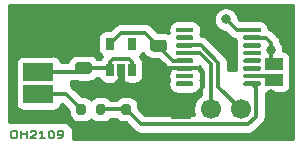
<source format=gbr>
%TF.GenerationSoftware,KiCad,Pcbnew,5.1.9+dfsg1-1*%
%TF.CreationDate,2021-09-16T09:21:50+02:00*%
%TF.ProjectId,switch,73776974-6368-42e6-9b69-6361645f7063,rev?*%
%TF.SameCoordinates,Original*%
%TF.FileFunction,Copper,L1,Top*%
%TF.FilePolarity,Positive*%
%FSLAX46Y46*%
G04 Gerber Fmt 4.6, Leading zero omitted, Abs format (unit mm)*
G04 Created by KiCad (PCBNEW 5.1.9+dfsg1-1) date 2021-09-16 09:21:50*
%MOMM*%
%LPD*%
G01*
G04 APERTURE LIST*
%TA.AperFunction,NonConductor*%
%ADD10C,0.150000*%
%TD*%
%TA.AperFunction,SMDPad,CuDef*%
%ADD11R,0.650000X1.060000*%
%TD*%
%TA.AperFunction,SMDPad,CuDef*%
%ADD12C,1.700000*%
%TD*%
%TA.AperFunction,SMDPad,CuDef*%
%ADD13R,1.700000X1.700000*%
%TD*%
%TA.AperFunction,SMDPad,CuDef*%
%ADD14R,2.540000X1.500000*%
%TD*%
%TA.AperFunction,SMDPad,CuDef*%
%ADD15R,1.500000X1.000000*%
%TD*%
%TA.AperFunction,ViaPad*%
%ADD16C,0.800000*%
%TD*%
%TA.AperFunction,Conductor*%
%ADD17C,0.350000*%
%TD*%
%TA.AperFunction,Conductor*%
%ADD18C,0.600000*%
%TD*%
%TA.AperFunction,Conductor*%
%ADD19C,0.254000*%
%TD*%
%TA.AperFunction,Conductor*%
%ADD20C,0.100000*%
%TD*%
G04 APERTURE END LIST*
D10*
X134378952Y-93905428D02*
X134531333Y-93905428D01*
X134607523Y-93934000D01*
X134683714Y-93991142D01*
X134721809Y-94105428D01*
X134721809Y-94305428D01*
X134683714Y-94419714D01*
X134607523Y-94476857D01*
X134531333Y-94505428D01*
X134378952Y-94505428D01*
X134302761Y-94476857D01*
X134226571Y-94419714D01*
X134188476Y-94305428D01*
X134188476Y-94105428D01*
X134226571Y-93991142D01*
X134302761Y-93934000D01*
X134378952Y-93905428D01*
X135064666Y-94505428D02*
X135064666Y-93905428D01*
X135064666Y-94191142D02*
X135521809Y-94191142D01*
X135521809Y-94505428D02*
X135521809Y-93905428D01*
X135864666Y-93962571D02*
X135902761Y-93934000D01*
X135978952Y-93905428D01*
X136169428Y-93905428D01*
X136245619Y-93934000D01*
X136283714Y-93962571D01*
X136321809Y-94019714D01*
X136321809Y-94076857D01*
X136283714Y-94162571D01*
X135826571Y-94505428D01*
X136321809Y-94505428D01*
X137083714Y-94505428D02*
X136626571Y-94505428D01*
X136855142Y-94505428D02*
X136855142Y-93905428D01*
X136778952Y-93991142D01*
X136702761Y-94048285D01*
X136626571Y-94076857D01*
X137578952Y-93905428D02*
X137655142Y-93905428D01*
X137731333Y-93934000D01*
X137769428Y-93962571D01*
X137807523Y-94019714D01*
X137845619Y-94134000D01*
X137845619Y-94276857D01*
X137807523Y-94391142D01*
X137769428Y-94448285D01*
X137731333Y-94476857D01*
X137655142Y-94505428D01*
X137578952Y-94505428D01*
X137502761Y-94476857D01*
X137464666Y-94448285D01*
X137426571Y-94391142D01*
X137388476Y-94276857D01*
X137388476Y-94134000D01*
X137426571Y-94019714D01*
X137464666Y-93962571D01*
X137502761Y-93934000D01*
X137578952Y-93905428D01*
X138226571Y-94505428D02*
X138378952Y-94505428D01*
X138455142Y-94476857D01*
X138493238Y-94448285D01*
X138569428Y-94362571D01*
X138607523Y-94248285D01*
X138607523Y-94019714D01*
X138569428Y-93962571D01*
X138531333Y-93934000D01*
X138455142Y-93905428D01*
X138302761Y-93905428D01*
X138226571Y-93934000D01*
X138188476Y-93962571D01*
X138150380Y-94019714D01*
X138150380Y-94162571D01*
X138188476Y-94219714D01*
X138226571Y-94248285D01*
X138302761Y-94276857D01*
X138455142Y-94276857D01*
X138531333Y-94248285D01*
X138569428Y-94219714D01*
X138607523Y-94162571D01*
D11*
%TO.P,U1,1*%
%TO.N,Net-(C1-Pad1)*%
X142560000Y-88730000D03*
%TO.P,U1,2*%
%TO.N,GND*%
X143510000Y-88730000D03*
%TO.P,U1,3*%
%TO.N,Net-(C1-Pad1)*%
X144460000Y-88730000D03*
%TO.P,U1,4*%
%TO.N,Net-(U1-Pad4)*%
X144460000Y-86530000D03*
%TO.P,U1,5*%
%TO.N,/3V3*%
X142560000Y-86530000D03*
%TD*%
D12*
%TO.P,J3,2*%
%TO.N,Net-(IC1-Pad4)*%
X151130000Y-92075000D03*
%TO.P,J3,3*%
%TO.N,Net-(IC1-Pad3)*%
X153670000Y-92075000D03*
D13*
%TO.P,J3,1*%
%TO.N,GND*%
X148590000Y-92075000D03*
%TD*%
%TO.P,IC1,1*%
%TO.N,Net-(IC1-Pad1)*%
%TA.AperFunction,SMDPad,CuDef*%
G36*
G01*
X148165000Y-85455000D02*
X148165000Y-85255000D01*
G75*
G02*
X148265000Y-85155000I100000J0D01*
G01*
X149540000Y-85155000D01*
G75*
G02*
X149640000Y-85255000I0J-100000D01*
G01*
X149640000Y-85455000D01*
G75*
G02*
X149540000Y-85555000I-100000J0D01*
G01*
X148265000Y-85555000D01*
G75*
G02*
X148165000Y-85455000I0J100000D01*
G01*
G37*
%TD.AperFunction*%
%TO.P,IC1,2*%
%TO.N,Net-(IC1-Pad2)*%
%TA.AperFunction,SMDPad,CuDef*%
G36*
G01*
X148165000Y-86105000D02*
X148165000Y-85905000D01*
G75*
G02*
X148265000Y-85805000I100000J0D01*
G01*
X149540000Y-85805000D01*
G75*
G02*
X149640000Y-85905000I0J-100000D01*
G01*
X149640000Y-86105000D01*
G75*
G02*
X149540000Y-86205000I-100000J0D01*
G01*
X148265000Y-86205000D01*
G75*
G02*
X148165000Y-86105000I0J100000D01*
G01*
G37*
%TD.AperFunction*%
%TO.P,IC1,3*%
%TO.N,Net-(IC1-Pad3)*%
%TA.AperFunction,SMDPad,CuDef*%
G36*
G01*
X148165000Y-86755000D02*
X148165000Y-86555000D01*
G75*
G02*
X148265000Y-86455000I100000J0D01*
G01*
X149540000Y-86455000D01*
G75*
G02*
X149640000Y-86555000I0J-100000D01*
G01*
X149640000Y-86755000D01*
G75*
G02*
X149540000Y-86855000I-100000J0D01*
G01*
X148265000Y-86855000D01*
G75*
G02*
X148165000Y-86755000I0J100000D01*
G01*
G37*
%TD.AperFunction*%
%TO.P,IC1,4*%
%TO.N,Net-(IC1-Pad4)*%
%TA.AperFunction,SMDPad,CuDef*%
G36*
G01*
X148165000Y-87405000D02*
X148165000Y-87205000D01*
G75*
G02*
X148265000Y-87105000I100000J0D01*
G01*
X149540000Y-87105000D01*
G75*
G02*
X149640000Y-87205000I0J-100000D01*
G01*
X149640000Y-87405000D01*
G75*
G02*
X149540000Y-87505000I-100000J0D01*
G01*
X148265000Y-87505000D01*
G75*
G02*
X148165000Y-87405000I0J100000D01*
G01*
G37*
%TD.AperFunction*%
%TO.P,IC1,5*%
%TO.N,/3V3*%
%TA.AperFunction,SMDPad,CuDef*%
G36*
G01*
X148165000Y-88055000D02*
X148165000Y-87855000D01*
G75*
G02*
X148265000Y-87755000I100000J0D01*
G01*
X149540000Y-87755000D01*
G75*
G02*
X149640000Y-87855000I0J-100000D01*
G01*
X149640000Y-88055000D01*
G75*
G02*
X149540000Y-88155000I-100000J0D01*
G01*
X148265000Y-88155000D01*
G75*
G02*
X148165000Y-88055000I0J100000D01*
G01*
G37*
%TD.AperFunction*%
%TO.P,IC1,6*%
%TO.N,GND*%
%TA.AperFunction,SMDPad,CuDef*%
G36*
G01*
X148165000Y-88705000D02*
X148165000Y-88505000D01*
G75*
G02*
X148265000Y-88405000I100000J0D01*
G01*
X149540000Y-88405000D01*
G75*
G02*
X149640000Y-88505000I0J-100000D01*
G01*
X149640000Y-88705000D01*
G75*
G02*
X149540000Y-88805000I-100000J0D01*
G01*
X148265000Y-88805000D01*
G75*
G02*
X148165000Y-88705000I0J100000D01*
G01*
G37*
%TD.AperFunction*%
%TO.P,IC1,7*%
%TO.N,Net-(IC1-Pad7)*%
%TA.AperFunction,SMDPad,CuDef*%
G36*
G01*
X148165000Y-89355000D02*
X148165000Y-89155000D01*
G75*
G02*
X148265000Y-89055000I100000J0D01*
G01*
X149540000Y-89055000D01*
G75*
G02*
X149640000Y-89155000I0J-100000D01*
G01*
X149640000Y-89355000D01*
G75*
G02*
X149540000Y-89455000I-100000J0D01*
G01*
X148265000Y-89455000D01*
G75*
G02*
X148165000Y-89355000I0J100000D01*
G01*
G37*
%TD.AperFunction*%
%TO.P,IC1,8*%
%TO.N,Net-(IC1-Pad8)*%
%TA.AperFunction,SMDPad,CuDef*%
G36*
G01*
X148165000Y-90005000D02*
X148165000Y-89805000D01*
G75*
G02*
X148265000Y-89705000I100000J0D01*
G01*
X149540000Y-89705000D01*
G75*
G02*
X149640000Y-89805000I0J-100000D01*
G01*
X149640000Y-90005000D01*
G75*
G02*
X149540000Y-90105000I-100000J0D01*
G01*
X148265000Y-90105000D01*
G75*
G02*
X148165000Y-90005000I0J100000D01*
G01*
G37*
%TD.AperFunction*%
%TO.P,IC1,9*%
%TO.N,/SIG*%
%TA.AperFunction,SMDPad,CuDef*%
G36*
G01*
X153890000Y-90005000D02*
X153890000Y-89805000D01*
G75*
G02*
X153990000Y-89705000I100000J0D01*
G01*
X155265000Y-89705000D01*
G75*
G02*
X155365000Y-89805000I0J-100000D01*
G01*
X155365000Y-90005000D01*
G75*
G02*
X155265000Y-90105000I-100000J0D01*
G01*
X153990000Y-90105000D01*
G75*
G02*
X153890000Y-90005000I0J100000D01*
G01*
G37*
%TD.AperFunction*%
%TO.P,IC1,10*%
%TO.N,Net-(IC1-Pad10)*%
%TA.AperFunction,SMDPad,CuDef*%
G36*
G01*
X153890000Y-89355000D02*
X153890000Y-89155000D01*
G75*
G02*
X153990000Y-89055000I100000J0D01*
G01*
X155265000Y-89055000D01*
G75*
G02*
X155365000Y-89155000I0J-100000D01*
G01*
X155365000Y-89355000D01*
G75*
G02*
X155265000Y-89455000I-100000J0D01*
G01*
X153990000Y-89455000D01*
G75*
G02*
X153890000Y-89355000I0J100000D01*
G01*
G37*
%TD.AperFunction*%
%TO.P,IC1,11*%
%TO.N,Net-(IC1-Pad11)*%
%TA.AperFunction,SMDPad,CuDef*%
G36*
G01*
X153890000Y-88705000D02*
X153890000Y-88505000D01*
G75*
G02*
X153990000Y-88405000I100000J0D01*
G01*
X155265000Y-88405000D01*
G75*
G02*
X155365000Y-88505000I0J-100000D01*
G01*
X155365000Y-88705000D01*
G75*
G02*
X155265000Y-88805000I-100000J0D01*
G01*
X153990000Y-88805000D01*
G75*
G02*
X153890000Y-88705000I0J100000D01*
G01*
G37*
%TD.AperFunction*%
%TO.P,IC1,12*%
%TO.N,Net-(IC1-Pad12)*%
%TA.AperFunction,SMDPad,CuDef*%
G36*
G01*
X153890000Y-88055000D02*
X153890000Y-87855000D01*
G75*
G02*
X153990000Y-87755000I100000J0D01*
G01*
X155265000Y-87755000D01*
G75*
G02*
X155365000Y-87855000I0J-100000D01*
G01*
X155365000Y-88055000D01*
G75*
G02*
X155265000Y-88155000I-100000J0D01*
G01*
X153990000Y-88155000D01*
G75*
G02*
X153890000Y-88055000I0J100000D01*
G01*
G37*
%TD.AperFunction*%
%TO.P,IC1,13*%
%TO.N,Net-(IC1-Pad13)*%
%TA.AperFunction,SMDPad,CuDef*%
G36*
G01*
X153890000Y-87405000D02*
X153890000Y-87205000D01*
G75*
G02*
X153990000Y-87105000I100000J0D01*
G01*
X155265000Y-87105000D01*
G75*
G02*
X155365000Y-87205000I0J-100000D01*
G01*
X155365000Y-87405000D01*
G75*
G02*
X155265000Y-87505000I-100000J0D01*
G01*
X153990000Y-87505000D01*
G75*
G02*
X153890000Y-87405000I0J100000D01*
G01*
G37*
%TD.AperFunction*%
%TO.P,IC1,14*%
%TO.N,Net-(IC1-Pad14)*%
%TA.AperFunction,SMDPad,CuDef*%
G36*
G01*
X153890000Y-86755000D02*
X153890000Y-86555000D01*
G75*
G02*
X153990000Y-86455000I100000J0D01*
G01*
X155265000Y-86455000D01*
G75*
G02*
X155365000Y-86555000I0J-100000D01*
G01*
X155365000Y-86755000D01*
G75*
G02*
X155265000Y-86855000I-100000J0D01*
G01*
X153990000Y-86855000D01*
G75*
G02*
X153890000Y-86755000I0J100000D01*
G01*
G37*
%TD.AperFunction*%
%TO.P,IC1,15*%
%TO.N,Net-(D1-Pad2)*%
%TA.AperFunction,SMDPad,CuDef*%
G36*
G01*
X153890000Y-86105000D02*
X153890000Y-85905000D01*
G75*
G02*
X153990000Y-85805000I100000J0D01*
G01*
X155265000Y-85805000D01*
G75*
G02*
X155365000Y-85905000I0J-100000D01*
G01*
X155365000Y-86105000D01*
G75*
G02*
X155265000Y-86205000I-100000J0D01*
G01*
X153990000Y-86205000D01*
G75*
G02*
X153890000Y-86105000I0J100000D01*
G01*
G37*
%TD.AperFunction*%
%TO.P,IC1,16*%
%TO.N,Net-(IC1-Pad16)*%
%TA.AperFunction,SMDPad,CuDef*%
G36*
G01*
X153890000Y-85455000D02*
X153890000Y-85255000D01*
G75*
G02*
X153990000Y-85155000I100000J0D01*
G01*
X155265000Y-85155000D01*
G75*
G02*
X155365000Y-85255000I0J-100000D01*
G01*
X155365000Y-85455000D01*
G75*
G02*
X155265000Y-85555000I-100000J0D01*
G01*
X153990000Y-85555000D01*
G75*
G02*
X153890000Y-85455000I0J100000D01*
G01*
G37*
%TD.AperFunction*%
%TD*%
%TO.P,R1,1*%
%TO.N,Net-(J2-Pad3)*%
%TA.AperFunction,SMDPad,CuDef*%
G36*
G01*
X139745000Y-92350000D02*
X139745000Y-91800000D01*
G75*
G02*
X139945000Y-91600000I200000J0D01*
G01*
X140345000Y-91600000D01*
G75*
G02*
X140545000Y-91800000I0J-200000D01*
G01*
X140545000Y-92350000D01*
G75*
G02*
X140345000Y-92550000I-200000J0D01*
G01*
X139945000Y-92550000D01*
G75*
G02*
X139745000Y-92350000I0J200000D01*
G01*
G37*
%TD.AperFunction*%
%TO.P,R1,2*%
%TO.N,/SIG*%
%TA.AperFunction,SMDPad,CuDef*%
G36*
G01*
X141395000Y-92350000D02*
X141395000Y-91800000D01*
G75*
G02*
X141595000Y-91600000I200000J0D01*
G01*
X141995000Y-91600000D01*
G75*
G02*
X142195000Y-91800000I0J-200000D01*
G01*
X142195000Y-92350000D01*
G75*
G02*
X141995000Y-92550000I-200000J0D01*
G01*
X141595000Y-92550000D01*
G75*
G02*
X141395000Y-92350000I0J200000D01*
G01*
G37*
%TD.AperFunction*%
%TD*%
%TO.P,R2,2*%
%TO.N,GND*%
%TA.AperFunction,SMDPad,CuDef*%
G36*
G01*
X145205000Y-92350000D02*
X145205000Y-91800000D01*
G75*
G02*
X145405000Y-91600000I200000J0D01*
G01*
X145805000Y-91600000D01*
G75*
G02*
X146005000Y-91800000I0J-200000D01*
G01*
X146005000Y-92350000D01*
G75*
G02*
X145805000Y-92550000I-200000J0D01*
G01*
X145405000Y-92550000D01*
G75*
G02*
X145205000Y-92350000I0J200000D01*
G01*
G37*
%TD.AperFunction*%
%TO.P,R2,1*%
%TO.N,/SIG*%
%TA.AperFunction,SMDPad,CuDef*%
G36*
G01*
X143555000Y-92350000D02*
X143555000Y-91800000D01*
G75*
G02*
X143755000Y-91600000I200000J0D01*
G01*
X144155000Y-91600000D01*
G75*
G02*
X144355000Y-91800000I0J-200000D01*
G01*
X144355000Y-92350000D01*
G75*
G02*
X144155000Y-92550000I-200000J0D01*
G01*
X143755000Y-92550000D01*
G75*
G02*
X143555000Y-92350000I0J200000D01*
G01*
G37*
%TD.AperFunction*%
%TD*%
D14*
%TO.P,J2,1*%
%TO.N,GND*%
X136525000Y-86995000D03*
%TO.P,J2,2*%
%TO.N,Net-(C1-Pad1)*%
X136525000Y-88900000D03*
%TO.P,J2,3*%
%TO.N,Net-(J2-Pad3)*%
X136525000Y-90805000D03*
%TD*%
%TO.P,C1,1*%
%TO.N,Net-(C1-Pad1)*%
%TA.AperFunction,SMDPad,CuDef*%
G36*
G01*
X140810000Y-89080000D02*
X139860000Y-89080000D01*
G75*
G02*
X139610000Y-88830000I0J250000D01*
G01*
X139610000Y-88330000D01*
G75*
G02*
X139860000Y-88080000I250000J0D01*
G01*
X140810000Y-88080000D01*
G75*
G02*
X141060000Y-88330000I0J-250000D01*
G01*
X141060000Y-88830000D01*
G75*
G02*
X140810000Y-89080000I-250000J0D01*
G01*
G37*
%TD.AperFunction*%
%TO.P,C1,2*%
%TO.N,GND*%
%TA.AperFunction,SMDPad,CuDef*%
G36*
G01*
X140810000Y-87180000D02*
X139860000Y-87180000D01*
G75*
G02*
X139610000Y-86930000I0J250000D01*
G01*
X139610000Y-86430000D01*
G75*
G02*
X139860000Y-86180000I250000J0D01*
G01*
X140810000Y-86180000D01*
G75*
G02*
X141060000Y-86430000I0J-250000D01*
G01*
X141060000Y-86930000D01*
G75*
G02*
X140810000Y-87180000I-250000J0D01*
G01*
G37*
%TD.AperFunction*%
%TD*%
%TO.P,C2,2*%
%TO.N,GND*%
%TA.AperFunction,SMDPad,CuDef*%
G36*
G01*
X146210000Y-88080000D02*
X147160000Y-88080000D01*
G75*
G02*
X147410000Y-88330000I0J-250000D01*
G01*
X147410000Y-88830000D01*
G75*
G02*
X147160000Y-89080000I-250000J0D01*
G01*
X146210000Y-89080000D01*
G75*
G02*
X145960000Y-88830000I0J250000D01*
G01*
X145960000Y-88330000D01*
G75*
G02*
X146210000Y-88080000I250000J0D01*
G01*
G37*
%TD.AperFunction*%
%TO.P,C2,1*%
%TO.N,/3V3*%
%TA.AperFunction,SMDPad,CuDef*%
G36*
G01*
X146210000Y-86180000D02*
X147160000Y-86180000D01*
G75*
G02*
X147410000Y-86430000I0J-250000D01*
G01*
X147410000Y-86930000D01*
G75*
G02*
X147160000Y-87180000I-250000J0D01*
G01*
X146210000Y-87180000D01*
G75*
G02*
X145960000Y-86930000I0J250000D01*
G01*
X145960000Y-86430000D01*
G75*
G02*
X146210000Y-86180000I250000J0D01*
G01*
G37*
%TD.AperFunction*%
%TD*%
D15*
%TO.P,JP1,2*%
%TO.N,Net-(IC1-Pad10)*%
X156464000Y-89550000D03*
%TO.P,JP1,1*%
%TO.N,Net-(D1-Pad2)*%
X156464000Y-88250000D03*
%TD*%
D16*
%TO.N,GND*%
X139700000Y-85090000D03*
X153035000Y-88265000D03*
X156210000Y-90789998D03*
X139954000Y-90170000D03*
%TO.N,Net-(D1-Pad2)*%
X156210000Y-87010002D03*
%TO.N,Net-(IC1-Pad16)*%
X152400000Y-84455000D03*
%TD*%
D17*
%TO.N,Net-(C1-Pad1)*%
X139840000Y-88900000D02*
X140335000Y-88405000D01*
X135890000Y-88900000D02*
X139840000Y-88900000D01*
X142410000Y-88580000D02*
X142560000Y-88730000D01*
X140335000Y-88580000D02*
X142410000Y-88580000D01*
X142560000Y-88059998D02*
X142560000Y-88730000D01*
X142844999Y-87774999D02*
X142560000Y-88059998D01*
X144460000Y-88059998D02*
X144175001Y-87774999D01*
X144175001Y-87774999D02*
X142844999Y-87774999D01*
X144460000Y-88730000D02*
X144460000Y-88059998D01*
%TO.N,GND*%
X150495000Y-90170000D02*
X148590000Y-92075000D01*
X150495000Y-88900000D02*
X150495000Y-90170000D01*
X150200000Y-88605000D02*
X150495000Y-88900000D01*
X148902500Y-88605000D02*
X150200000Y-88605000D01*
X146710000Y-88605000D02*
X146685000Y-88580000D01*
X148902500Y-88605000D02*
X146710000Y-88605000D01*
X140335000Y-86680000D02*
X140335000Y-85090000D01*
X140335000Y-85090000D02*
X139700000Y-85090000D01*
D18*
X143510000Y-88730000D02*
X143510000Y-89535000D01*
X142875000Y-90170000D02*
X139954000Y-90170000D01*
X143510000Y-89535000D02*
X142875000Y-90170000D01*
X134655000Y-86995000D02*
X134366000Y-87284000D01*
X136525000Y-86995000D02*
X134655000Y-86995000D01*
X134366000Y-87284000D02*
X134366000Y-92710000D01*
X134366000Y-92710000D02*
X138255393Y-92710000D01*
X138255393Y-92710000D02*
X138684000Y-92710000D01*
X138684000Y-92710000D02*
X139700000Y-93726000D01*
D17*
%TO.N,/3V3*%
X147960000Y-87955000D02*
X146685000Y-86680000D01*
X148902500Y-87955000D02*
X147960000Y-87955000D01*
X146685000Y-86680000D02*
X145579999Y-85574999D01*
X143515001Y-85574999D02*
X142560000Y-86530000D01*
X145579999Y-85574999D02*
X143515001Y-85574999D01*
%TO.N,Net-(D1-Pad2)*%
X155770683Y-86005000D02*
X154627500Y-86005000D01*
X156210000Y-86444317D02*
X155770683Y-86005000D01*
X156210000Y-87010002D02*
X156210000Y-86444317D01*
X156210000Y-87996000D02*
X156464000Y-88250000D01*
X156210000Y-87010002D02*
X156210000Y-87996000D01*
%TO.N,/SIG*%
X141795000Y-92075000D02*
X143955000Y-92075000D01*
X154945001Y-90222501D02*
X154627500Y-89905000D01*
X154282001Y-93350001D02*
X154945001Y-92687001D01*
X145230001Y-93350001D02*
X154282001Y-93350001D01*
X154945001Y-92687001D02*
X154945001Y-90222501D01*
X143955000Y-92075000D02*
X145230001Y-93350001D01*
%TO.N,Net-(IC1-Pad3)*%
X148902500Y-86655000D02*
X150297831Y-86655000D01*
X150297831Y-86655000D02*
X151765000Y-88122169D01*
X151765000Y-88122169D02*
X151765000Y-90170000D01*
X151765000Y-90170000D02*
X153670000Y-92075000D01*
%TO.N,Net-(IC1-Pad4)*%
X148902500Y-87305000D02*
X150170000Y-87305000D01*
X150170000Y-87305000D02*
X151130000Y-88265000D01*
X151130000Y-88265000D02*
X151130000Y-92075000D01*
%TO.N,Net-(IC1-Pad10)*%
X156169000Y-89255000D02*
X156464000Y-89550000D01*
X154627500Y-89255000D02*
X156169000Y-89255000D01*
%TO.N,Net-(IC1-Pad16)*%
X153300000Y-85355000D02*
X152400000Y-84455000D01*
X154627500Y-85355000D02*
X153300000Y-85355000D01*
%TO.N,Net-(J2-Pad3)*%
X138875000Y-90805000D02*
X140145000Y-92075000D01*
X135890000Y-90805000D02*
X138875000Y-90805000D01*
%TD*%
D19*
%TO.N,GND*%
X158090000Y-94590000D02*
X139469905Y-94590000D01*
X139469905Y-93129500D01*
X134010000Y-93129500D01*
X134010000Y-88150000D01*
X134616928Y-88150000D01*
X134616928Y-89650000D01*
X134629188Y-89774482D01*
X134652855Y-89852500D01*
X134629188Y-89930518D01*
X134616928Y-90055000D01*
X134616928Y-91555000D01*
X134629188Y-91679482D01*
X134665498Y-91799180D01*
X134724463Y-91909494D01*
X134803815Y-92006185D01*
X134900506Y-92085537D01*
X135010820Y-92144502D01*
X135130518Y-92180812D01*
X135255000Y-92193072D01*
X137795000Y-92193072D01*
X137919482Y-92180812D01*
X138039180Y-92144502D01*
X138149494Y-92085537D01*
X138246185Y-92006185D01*
X138325537Y-91909494D01*
X138384502Y-91799180D01*
X138420812Y-91679482D01*
X138427163Y-91615000D01*
X138539488Y-91615000D01*
X139106928Y-92182441D01*
X139106928Y-92350000D01*
X139123031Y-92513500D01*
X139170722Y-92670716D01*
X139248169Y-92815608D01*
X139352394Y-92942606D01*
X139479392Y-93046831D01*
X139624284Y-93124278D01*
X139781500Y-93171969D01*
X139945000Y-93188072D01*
X140345000Y-93188072D01*
X140508500Y-93171969D01*
X140665716Y-93124278D01*
X140810608Y-93046831D01*
X140937606Y-92942606D01*
X140970000Y-92903134D01*
X141002394Y-92942606D01*
X141129392Y-93046831D01*
X141274284Y-93124278D01*
X141431500Y-93171969D01*
X141595000Y-93188072D01*
X141995000Y-93188072D01*
X142158500Y-93171969D01*
X142315716Y-93124278D01*
X142460608Y-93046831D01*
X142587606Y-92942606D01*
X142634882Y-92885000D01*
X143115118Y-92885000D01*
X143162394Y-92942606D01*
X143289392Y-93046831D01*
X143434284Y-93124278D01*
X143591500Y-93171969D01*
X143755000Y-93188072D01*
X143922560Y-93188072D01*
X144629106Y-93894619D01*
X144654473Y-93925529D01*
X144685381Y-93950894D01*
X144777812Y-94026750D01*
X144918527Y-94101964D01*
X144954064Y-94112744D01*
X145071213Y-94148281D01*
X145190210Y-94160001D01*
X145190213Y-94160001D01*
X145230001Y-94163920D01*
X145269789Y-94160001D01*
X154242213Y-94160001D01*
X154282001Y-94163920D01*
X154321789Y-94160001D01*
X154321792Y-94160001D01*
X154440789Y-94148281D01*
X154593474Y-94101964D01*
X154734190Y-94026750D01*
X154857529Y-93925529D01*
X154882900Y-93894614D01*
X155489620Y-93287895D01*
X155520529Y-93262529D01*
X155621750Y-93139190D01*
X155675555Y-93038528D01*
X155696964Y-92998475D01*
X155743281Y-92845789D01*
X155758920Y-92687001D01*
X155755001Y-92647210D01*
X155755001Y-90688072D01*
X157214000Y-90688072D01*
X157338482Y-90675812D01*
X157458180Y-90639502D01*
X157568494Y-90580537D01*
X157665185Y-90501185D01*
X157744537Y-90404494D01*
X157803502Y-90294180D01*
X157839812Y-90174482D01*
X157852072Y-90050000D01*
X157852072Y-89050000D01*
X157839812Y-88925518D01*
X157832071Y-88900000D01*
X157839812Y-88874482D01*
X157852072Y-88750000D01*
X157852072Y-87750000D01*
X157839812Y-87625518D01*
X157803502Y-87505820D01*
X157744537Y-87395506D01*
X157665185Y-87298815D01*
X157568494Y-87219463D01*
X157458180Y-87160498D01*
X157338482Y-87124188D01*
X157244407Y-87114923D01*
X157245000Y-87111941D01*
X157245000Y-86908063D01*
X157205226Y-86708104D01*
X157127205Y-86519746D01*
X157014776Y-86351483D01*
X157008280Y-86285529D01*
X156961963Y-86132844D01*
X156886749Y-85992128D01*
X156785528Y-85868789D01*
X156754612Y-85843417D01*
X156371583Y-85460388D01*
X156346211Y-85429472D01*
X156222872Y-85328251D01*
X156082156Y-85253037D01*
X156000437Y-85228248D01*
X155988890Y-85111009D01*
X155946890Y-84972552D01*
X155878684Y-84844949D01*
X155786896Y-84733104D01*
X155675051Y-84641316D01*
X155547448Y-84573110D01*
X155408991Y-84531110D01*
X155265000Y-84516928D01*
X153990000Y-84516928D01*
X153846009Y-84531110D01*
X153800219Y-84545000D01*
X153635513Y-84545000D01*
X153432871Y-84342359D01*
X153395226Y-84153102D01*
X153317205Y-83964744D01*
X153203937Y-83795226D01*
X153059774Y-83651063D01*
X152890256Y-83537795D01*
X152701898Y-83459774D01*
X152501939Y-83420000D01*
X152298061Y-83420000D01*
X152098102Y-83459774D01*
X151909744Y-83537795D01*
X151740226Y-83651063D01*
X151596063Y-83795226D01*
X151482795Y-83964744D01*
X151404774Y-84153102D01*
X151365000Y-84353061D01*
X151365000Y-84556939D01*
X151404774Y-84756898D01*
X151482795Y-84945256D01*
X151596063Y-85114774D01*
X151740226Y-85258937D01*
X151909744Y-85372205D01*
X152098102Y-85450226D01*
X152287359Y-85487871D01*
X152699105Y-85899618D01*
X152724472Y-85930528D01*
X152778664Y-85975002D01*
X152847810Y-86031749D01*
X152916912Y-86068684D01*
X152988527Y-86106963D01*
X153141212Y-86153280D01*
X153257814Y-86164764D01*
X153266110Y-86248991D01*
X153290684Y-86330000D01*
X153266110Y-86411009D01*
X153251928Y-86555000D01*
X153251928Y-86755000D01*
X153266110Y-86898991D01*
X153290684Y-86980000D01*
X153266110Y-87061009D01*
X153251928Y-87205000D01*
X153251928Y-87405000D01*
X153266110Y-87548991D01*
X153290684Y-87630000D01*
X153266110Y-87711009D01*
X153251928Y-87855000D01*
X153251928Y-88055000D01*
X153266110Y-88198991D01*
X153290684Y-88280000D01*
X153266110Y-88361009D01*
X153251928Y-88505000D01*
X153251928Y-88705000D01*
X153258625Y-88773000D01*
X152575000Y-88773000D01*
X152575000Y-88161956D01*
X152578919Y-88122168D01*
X152574324Y-88075518D01*
X152563280Y-87963381D01*
X152516963Y-87810696D01*
X152481951Y-87745193D01*
X152441749Y-87669979D01*
X152389834Y-87606721D01*
X152340528Y-87546641D01*
X152309619Y-87521275D01*
X150898730Y-86110387D01*
X150873359Y-86079472D01*
X150750020Y-85978251D01*
X150609304Y-85903037D01*
X150456619Y-85856720D01*
X150337622Y-85845000D01*
X150337619Y-85845000D01*
X150297831Y-85841081D01*
X150272027Y-85843623D01*
X150263890Y-85761009D01*
X150239316Y-85680000D01*
X150263890Y-85598991D01*
X150278072Y-85455000D01*
X150278072Y-85255000D01*
X150263890Y-85111009D01*
X150221890Y-84972552D01*
X150153684Y-84844949D01*
X150061896Y-84733104D01*
X149950051Y-84641316D01*
X149822448Y-84573110D01*
X149683991Y-84531110D01*
X149540000Y-84516928D01*
X148265000Y-84516928D01*
X148121009Y-84531110D01*
X147982552Y-84573110D01*
X147854949Y-84641316D01*
X147743104Y-84733104D01*
X147651316Y-84844949D01*
X147583110Y-84972552D01*
X147541110Y-85111009D01*
X147526928Y-85255000D01*
X147526928Y-85455000D01*
X147541110Y-85598991D01*
X147552909Y-85637889D01*
X147499850Y-85609528D01*
X147333254Y-85558992D01*
X147160000Y-85541928D01*
X146692440Y-85541928D01*
X146180898Y-85030386D01*
X146155527Y-84999471D01*
X146032188Y-84898250D01*
X145891472Y-84823036D01*
X145738787Y-84776719D01*
X145619790Y-84764999D01*
X145619787Y-84764999D01*
X145579999Y-84761080D01*
X145540211Y-84764999D01*
X143554788Y-84764999D01*
X143515000Y-84761080D01*
X143475212Y-84764999D01*
X143475210Y-84764999D01*
X143356213Y-84776719D01*
X143203528Y-84823036D01*
X143162532Y-84844949D01*
X143062811Y-84898250D01*
X143007211Y-84943880D01*
X142939473Y-84999471D01*
X142914106Y-85030381D01*
X142582559Y-85361928D01*
X142235000Y-85361928D01*
X142110518Y-85374188D01*
X141990820Y-85410498D01*
X141880506Y-85469463D01*
X141783815Y-85548815D01*
X141704463Y-85645506D01*
X141645498Y-85755820D01*
X141609188Y-85875518D01*
X141596928Y-86000000D01*
X141596928Y-87060000D01*
X141609188Y-87184482D01*
X141645498Y-87304180D01*
X141704463Y-87414494D01*
X141783815Y-87511185D01*
X141880506Y-87590537D01*
X141892267Y-87596823D01*
X141883251Y-87607809D01*
X141850020Y-87669981D01*
X141826690Y-87713628D01*
X141783815Y-87748815D01*
X141766429Y-87770000D01*
X141493737Y-87770000D01*
X141437962Y-87702038D01*
X141303386Y-87591595D01*
X141149850Y-87509528D01*
X140983254Y-87458992D01*
X140810000Y-87441928D01*
X139860000Y-87441928D01*
X139686746Y-87458992D01*
X139520150Y-87509528D01*
X139366614Y-87591595D01*
X139232038Y-87702038D01*
X139121595Y-87836614D01*
X139039528Y-87990150D01*
X139009239Y-88090000D01*
X138427163Y-88090000D01*
X138420812Y-88025518D01*
X138384502Y-87905820D01*
X138325537Y-87795506D01*
X138246185Y-87698815D01*
X138149494Y-87619463D01*
X138039180Y-87560498D01*
X137919482Y-87524188D01*
X137795000Y-87511928D01*
X135255000Y-87511928D01*
X135130518Y-87524188D01*
X135010820Y-87560498D01*
X134900506Y-87619463D01*
X134803815Y-87698815D01*
X134724463Y-87795506D01*
X134665498Y-87905820D01*
X134629188Y-88025518D01*
X134616928Y-88150000D01*
X134010000Y-88150000D01*
X134010000Y-83210000D01*
X158090001Y-83210000D01*
X158090000Y-94590000D01*
%TA.AperFunction,Conductor*%
D20*
G36*
X158090000Y-94590000D02*
G01*
X139469905Y-94590000D01*
X139469905Y-93129500D01*
X134010000Y-93129500D01*
X134010000Y-88150000D01*
X134616928Y-88150000D01*
X134616928Y-89650000D01*
X134629188Y-89774482D01*
X134652855Y-89852500D01*
X134629188Y-89930518D01*
X134616928Y-90055000D01*
X134616928Y-91555000D01*
X134629188Y-91679482D01*
X134665498Y-91799180D01*
X134724463Y-91909494D01*
X134803815Y-92006185D01*
X134900506Y-92085537D01*
X135010820Y-92144502D01*
X135130518Y-92180812D01*
X135255000Y-92193072D01*
X137795000Y-92193072D01*
X137919482Y-92180812D01*
X138039180Y-92144502D01*
X138149494Y-92085537D01*
X138246185Y-92006185D01*
X138325537Y-91909494D01*
X138384502Y-91799180D01*
X138420812Y-91679482D01*
X138427163Y-91615000D01*
X138539488Y-91615000D01*
X139106928Y-92182441D01*
X139106928Y-92350000D01*
X139123031Y-92513500D01*
X139170722Y-92670716D01*
X139248169Y-92815608D01*
X139352394Y-92942606D01*
X139479392Y-93046831D01*
X139624284Y-93124278D01*
X139781500Y-93171969D01*
X139945000Y-93188072D01*
X140345000Y-93188072D01*
X140508500Y-93171969D01*
X140665716Y-93124278D01*
X140810608Y-93046831D01*
X140937606Y-92942606D01*
X140970000Y-92903134D01*
X141002394Y-92942606D01*
X141129392Y-93046831D01*
X141274284Y-93124278D01*
X141431500Y-93171969D01*
X141595000Y-93188072D01*
X141995000Y-93188072D01*
X142158500Y-93171969D01*
X142315716Y-93124278D01*
X142460608Y-93046831D01*
X142587606Y-92942606D01*
X142634882Y-92885000D01*
X143115118Y-92885000D01*
X143162394Y-92942606D01*
X143289392Y-93046831D01*
X143434284Y-93124278D01*
X143591500Y-93171969D01*
X143755000Y-93188072D01*
X143922560Y-93188072D01*
X144629106Y-93894619D01*
X144654473Y-93925529D01*
X144685381Y-93950894D01*
X144777812Y-94026750D01*
X144918527Y-94101964D01*
X144954064Y-94112744D01*
X145071213Y-94148281D01*
X145190210Y-94160001D01*
X145190213Y-94160001D01*
X145230001Y-94163920D01*
X145269789Y-94160001D01*
X154242213Y-94160001D01*
X154282001Y-94163920D01*
X154321789Y-94160001D01*
X154321792Y-94160001D01*
X154440789Y-94148281D01*
X154593474Y-94101964D01*
X154734190Y-94026750D01*
X154857529Y-93925529D01*
X154882900Y-93894614D01*
X155489620Y-93287895D01*
X155520529Y-93262529D01*
X155621750Y-93139190D01*
X155675555Y-93038528D01*
X155696964Y-92998475D01*
X155743281Y-92845789D01*
X155758920Y-92687001D01*
X155755001Y-92647210D01*
X155755001Y-90688072D01*
X157214000Y-90688072D01*
X157338482Y-90675812D01*
X157458180Y-90639502D01*
X157568494Y-90580537D01*
X157665185Y-90501185D01*
X157744537Y-90404494D01*
X157803502Y-90294180D01*
X157839812Y-90174482D01*
X157852072Y-90050000D01*
X157852072Y-89050000D01*
X157839812Y-88925518D01*
X157832071Y-88900000D01*
X157839812Y-88874482D01*
X157852072Y-88750000D01*
X157852072Y-87750000D01*
X157839812Y-87625518D01*
X157803502Y-87505820D01*
X157744537Y-87395506D01*
X157665185Y-87298815D01*
X157568494Y-87219463D01*
X157458180Y-87160498D01*
X157338482Y-87124188D01*
X157244407Y-87114923D01*
X157245000Y-87111941D01*
X157245000Y-86908063D01*
X157205226Y-86708104D01*
X157127205Y-86519746D01*
X157014776Y-86351483D01*
X157008280Y-86285529D01*
X156961963Y-86132844D01*
X156886749Y-85992128D01*
X156785528Y-85868789D01*
X156754612Y-85843417D01*
X156371583Y-85460388D01*
X156346211Y-85429472D01*
X156222872Y-85328251D01*
X156082156Y-85253037D01*
X156000437Y-85228248D01*
X155988890Y-85111009D01*
X155946890Y-84972552D01*
X155878684Y-84844949D01*
X155786896Y-84733104D01*
X155675051Y-84641316D01*
X155547448Y-84573110D01*
X155408991Y-84531110D01*
X155265000Y-84516928D01*
X153990000Y-84516928D01*
X153846009Y-84531110D01*
X153800219Y-84545000D01*
X153635513Y-84545000D01*
X153432871Y-84342359D01*
X153395226Y-84153102D01*
X153317205Y-83964744D01*
X153203937Y-83795226D01*
X153059774Y-83651063D01*
X152890256Y-83537795D01*
X152701898Y-83459774D01*
X152501939Y-83420000D01*
X152298061Y-83420000D01*
X152098102Y-83459774D01*
X151909744Y-83537795D01*
X151740226Y-83651063D01*
X151596063Y-83795226D01*
X151482795Y-83964744D01*
X151404774Y-84153102D01*
X151365000Y-84353061D01*
X151365000Y-84556939D01*
X151404774Y-84756898D01*
X151482795Y-84945256D01*
X151596063Y-85114774D01*
X151740226Y-85258937D01*
X151909744Y-85372205D01*
X152098102Y-85450226D01*
X152287359Y-85487871D01*
X152699105Y-85899618D01*
X152724472Y-85930528D01*
X152778664Y-85975002D01*
X152847810Y-86031749D01*
X152916912Y-86068684D01*
X152988527Y-86106963D01*
X153141212Y-86153280D01*
X153257814Y-86164764D01*
X153266110Y-86248991D01*
X153290684Y-86330000D01*
X153266110Y-86411009D01*
X153251928Y-86555000D01*
X153251928Y-86755000D01*
X153266110Y-86898991D01*
X153290684Y-86980000D01*
X153266110Y-87061009D01*
X153251928Y-87205000D01*
X153251928Y-87405000D01*
X153266110Y-87548991D01*
X153290684Y-87630000D01*
X153266110Y-87711009D01*
X153251928Y-87855000D01*
X153251928Y-88055000D01*
X153266110Y-88198991D01*
X153290684Y-88280000D01*
X153266110Y-88361009D01*
X153251928Y-88505000D01*
X153251928Y-88705000D01*
X153258625Y-88773000D01*
X152575000Y-88773000D01*
X152575000Y-88161956D01*
X152578919Y-88122168D01*
X152574324Y-88075518D01*
X152563280Y-87963381D01*
X152516963Y-87810696D01*
X152481951Y-87745193D01*
X152441749Y-87669979D01*
X152389834Y-87606721D01*
X152340528Y-87546641D01*
X152309619Y-87521275D01*
X150898730Y-86110387D01*
X150873359Y-86079472D01*
X150750020Y-85978251D01*
X150609304Y-85903037D01*
X150456619Y-85856720D01*
X150337622Y-85845000D01*
X150337619Y-85845000D01*
X150297831Y-85841081D01*
X150272027Y-85843623D01*
X150263890Y-85761009D01*
X150239316Y-85680000D01*
X150263890Y-85598991D01*
X150278072Y-85455000D01*
X150278072Y-85255000D01*
X150263890Y-85111009D01*
X150221890Y-84972552D01*
X150153684Y-84844949D01*
X150061896Y-84733104D01*
X149950051Y-84641316D01*
X149822448Y-84573110D01*
X149683991Y-84531110D01*
X149540000Y-84516928D01*
X148265000Y-84516928D01*
X148121009Y-84531110D01*
X147982552Y-84573110D01*
X147854949Y-84641316D01*
X147743104Y-84733104D01*
X147651316Y-84844949D01*
X147583110Y-84972552D01*
X147541110Y-85111009D01*
X147526928Y-85255000D01*
X147526928Y-85455000D01*
X147541110Y-85598991D01*
X147552909Y-85637889D01*
X147499850Y-85609528D01*
X147333254Y-85558992D01*
X147160000Y-85541928D01*
X146692440Y-85541928D01*
X146180898Y-85030386D01*
X146155527Y-84999471D01*
X146032188Y-84898250D01*
X145891472Y-84823036D01*
X145738787Y-84776719D01*
X145619790Y-84764999D01*
X145619787Y-84764999D01*
X145579999Y-84761080D01*
X145540211Y-84764999D01*
X143554788Y-84764999D01*
X143515000Y-84761080D01*
X143475212Y-84764999D01*
X143475210Y-84764999D01*
X143356213Y-84776719D01*
X143203528Y-84823036D01*
X143162532Y-84844949D01*
X143062811Y-84898250D01*
X143007211Y-84943880D01*
X142939473Y-84999471D01*
X142914106Y-85030381D01*
X142582559Y-85361928D01*
X142235000Y-85361928D01*
X142110518Y-85374188D01*
X141990820Y-85410498D01*
X141880506Y-85469463D01*
X141783815Y-85548815D01*
X141704463Y-85645506D01*
X141645498Y-85755820D01*
X141609188Y-85875518D01*
X141596928Y-86000000D01*
X141596928Y-87060000D01*
X141609188Y-87184482D01*
X141645498Y-87304180D01*
X141704463Y-87414494D01*
X141783815Y-87511185D01*
X141880506Y-87590537D01*
X141892267Y-87596823D01*
X141883251Y-87607809D01*
X141850020Y-87669981D01*
X141826690Y-87713628D01*
X141783815Y-87748815D01*
X141766429Y-87770000D01*
X141493737Y-87770000D01*
X141437962Y-87702038D01*
X141303386Y-87591595D01*
X141149850Y-87509528D01*
X140983254Y-87458992D01*
X140810000Y-87441928D01*
X139860000Y-87441928D01*
X139686746Y-87458992D01*
X139520150Y-87509528D01*
X139366614Y-87591595D01*
X139232038Y-87702038D01*
X139121595Y-87836614D01*
X139039528Y-87990150D01*
X139009239Y-88090000D01*
X138427163Y-88090000D01*
X138420812Y-88025518D01*
X138384502Y-87905820D01*
X138325537Y-87795506D01*
X138246185Y-87698815D01*
X138149494Y-87619463D01*
X138039180Y-87560498D01*
X137919482Y-87524188D01*
X137795000Y-87511928D01*
X135255000Y-87511928D01*
X135130518Y-87524188D01*
X135010820Y-87560498D01*
X134900506Y-87619463D01*
X134803815Y-87698815D01*
X134724463Y-87795506D01*
X134665498Y-87905820D01*
X134629188Y-88025518D01*
X134616928Y-88150000D01*
X134010000Y-88150000D01*
X134010000Y-83210000D01*
X158090001Y-83210000D01*
X158090000Y-94590000D01*
G37*
%TD.AperFunction*%
D19*
X145389528Y-87269850D02*
X145471595Y-87423386D01*
X145582038Y-87557962D01*
X145716614Y-87668405D01*
X145870150Y-87750472D01*
X146036746Y-87801008D01*
X146210000Y-87818072D01*
X146677560Y-87818072D01*
X147359105Y-88499618D01*
X147384472Y-88530528D01*
X147422179Y-88561473D01*
X147507810Y-88631749D01*
X147562330Y-88660890D01*
X147648527Y-88706963D01*
X147675720Y-88715212D01*
X147651316Y-88744949D01*
X147583110Y-88872552D01*
X147541110Y-89011009D01*
X147526928Y-89155000D01*
X147526928Y-89355000D01*
X147541110Y-89498991D01*
X147565684Y-89580000D01*
X147541110Y-89661009D01*
X147526928Y-89805000D01*
X147526928Y-90005000D01*
X147541110Y-90148991D01*
X147583110Y-90287448D01*
X147651316Y-90415051D01*
X147743104Y-90526896D01*
X147854949Y-90618684D01*
X147982552Y-90686890D01*
X148121009Y-90728890D01*
X148265000Y-90743072D01*
X149540000Y-90743072D01*
X149683991Y-90728890D01*
X149822448Y-90686890D01*
X149950051Y-90618684D01*
X150061896Y-90526896D01*
X150153684Y-90415051D01*
X150221890Y-90287448D01*
X150263890Y-90148991D01*
X150278072Y-90005000D01*
X150278072Y-89805000D01*
X150263890Y-89661009D01*
X150239316Y-89580000D01*
X150263890Y-89498991D01*
X150278072Y-89355000D01*
X150278072Y-89155000D01*
X150263890Y-89011009D01*
X150221890Y-88872552D01*
X150153684Y-88744949D01*
X150061896Y-88633104D01*
X150027651Y-88605000D01*
X150061896Y-88576896D01*
X150153684Y-88465051D01*
X150164431Y-88444944D01*
X150320000Y-88600513D01*
X150320001Y-90830230D01*
X150183368Y-90921525D01*
X149976525Y-91128368D01*
X149814010Y-91371589D01*
X149702068Y-91641842D01*
X149645000Y-91928740D01*
X149645000Y-92221260D01*
X149702068Y-92508158D01*
X149715258Y-92540001D01*
X145565514Y-92540001D01*
X144993072Y-91967560D01*
X144993072Y-91800000D01*
X144976969Y-91636500D01*
X144929278Y-91479284D01*
X144851831Y-91334392D01*
X144747606Y-91207394D01*
X144620608Y-91103169D01*
X144475716Y-91025722D01*
X144318500Y-90978031D01*
X144155000Y-90961928D01*
X143755000Y-90961928D01*
X143591500Y-90978031D01*
X143434284Y-91025722D01*
X143289392Y-91103169D01*
X143162394Y-91207394D01*
X143115118Y-91265000D01*
X142634882Y-91265000D01*
X142587606Y-91207394D01*
X142460608Y-91103169D01*
X142315716Y-91025722D01*
X142158500Y-90978031D01*
X141995000Y-90961928D01*
X141595000Y-90961928D01*
X141431500Y-90978031D01*
X141274284Y-91025722D01*
X141129392Y-91103169D01*
X141002394Y-91207394D01*
X140970000Y-91246866D01*
X140937606Y-91207394D01*
X140810608Y-91103169D01*
X140665716Y-91025722D01*
X140508500Y-90978031D01*
X140345000Y-90961928D01*
X140177441Y-90961928D01*
X139475899Y-90260387D01*
X139450528Y-90229472D01*
X139327189Y-90128251D01*
X139319000Y-90123874D01*
X139319000Y-89710000D01*
X139778043Y-89710000D01*
X139860000Y-89718072D01*
X140810000Y-89718072D01*
X140983254Y-89701008D01*
X141149850Y-89650472D01*
X141303386Y-89568405D01*
X141437962Y-89457962D01*
X141493737Y-89390000D01*
X141610862Y-89390000D01*
X141645498Y-89504180D01*
X141704463Y-89614494D01*
X141783815Y-89711185D01*
X141880506Y-89790537D01*
X141990820Y-89849502D01*
X142110518Y-89885812D01*
X142235000Y-89898072D01*
X142885000Y-89898072D01*
X143009482Y-89885812D01*
X143129180Y-89849502D01*
X143239494Y-89790537D01*
X143336185Y-89711185D01*
X143415537Y-89614494D01*
X143474502Y-89504180D01*
X143510000Y-89387159D01*
X143545498Y-89504180D01*
X143604463Y-89614494D01*
X143683815Y-89711185D01*
X143780506Y-89790537D01*
X143890820Y-89849502D01*
X144010518Y-89885812D01*
X144135000Y-89898072D01*
X144785000Y-89898072D01*
X144909482Y-89885812D01*
X145029180Y-89849502D01*
X145139494Y-89790537D01*
X145236185Y-89711185D01*
X145315537Y-89614494D01*
X145374502Y-89504180D01*
X145410812Y-89384482D01*
X145423072Y-89260000D01*
X145423072Y-88200000D01*
X145410812Y-88075518D01*
X145374502Y-87955820D01*
X145315537Y-87845506D01*
X145236185Y-87748815D01*
X145193311Y-87713629D01*
X145136749Y-87607809D01*
X145127733Y-87596823D01*
X145139494Y-87590537D01*
X145236185Y-87511185D01*
X145315537Y-87414494D01*
X145374502Y-87304180D01*
X145387222Y-87262248D01*
X145389528Y-87269850D01*
%TA.AperFunction,Conductor*%
D20*
G36*
X145389528Y-87269850D02*
G01*
X145471595Y-87423386D01*
X145582038Y-87557962D01*
X145716614Y-87668405D01*
X145870150Y-87750472D01*
X146036746Y-87801008D01*
X146210000Y-87818072D01*
X146677560Y-87818072D01*
X147359105Y-88499618D01*
X147384472Y-88530528D01*
X147422179Y-88561473D01*
X147507810Y-88631749D01*
X147562330Y-88660890D01*
X147648527Y-88706963D01*
X147675720Y-88715212D01*
X147651316Y-88744949D01*
X147583110Y-88872552D01*
X147541110Y-89011009D01*
X147526928Y-89155000D01*
X147526928Y-89355000D01*
X147541110Y-89498991D01*
X147565684Y-89580000D01*
X147541110Y-89661009D01*
X147526928Y-89805000D01*
X147526928Y-90005000D01*
X147541110Y-90148991D01*
X147583110Y-90287448D01*
X147651316Y-90415051D01*
X147743104Y-90526896D01*
X147854949Y-90618684D01*
X147982552Y-90686890D01*
X148121009Y-90728890D01*
X148265000Y-90743072D01*
X149540000Y-90743072D01*
X149683991Y-90728890D01*
X149822448Y-90686890D01*
X149950051Y-90618684D01*
X150061896Y-90526896D01*
X150153684Y-90415051D01*
X150221890Y-90287448D01*
X150263890Y-90148991D01*
X150278072Y-90005000D01*
X150278072Y-89805000D01*
X150263890Y-89661009D01*
X150239316Y-89580000D01*
X150263890Y-89498991D01*
X150278072Y-89355000D01*
X150278072Y-89155000D01*
X150263890Y-89011009D01*
X150221890Y-88872552D01*
X150153684Y-88744949D01*
X150061896Y-88633104D01*
X150027651Y-88605000D01*
X150061896Y-88576896D01*
X150153684Y-88465051D01*
X150164431Y-88444944D01*
X150320000Y-88600513D01*
X150320001Y-90830230D01*
X150183368Y-90921525D01*
X149976525Y-91128368D01*
X149814010Y-91371589D01*
X149702068Y-91641842D01*
X149645000Y-91928740D01*
X149645000Y-92221260D01*
X149702068Y-92508158D01*
X149715258Y-92540001D01*
X145565514Y-92540001D01*
X144993072Y-91967560D01*
X144993072Y-91800000D01*
X144976969Y-91636500D01*
X144929278Y-91479284D01*
X144851831Y-91334392D01*
X144747606Y-91207394D01*
X144620608Y-91103169D01*
X144475716Y-91025722D01*
X144318500Y-90978031D01*
X144155000Y-90961928D01*
X143755000Y-90961928D01*
X143591500Y-90978031D01*
X143434284Y-91025722D01*
X143289392Y-91103169D01*
X143162394Y-91207394D01*
X143115118Y-91265000D01*
X142634882Y-91265000D01*
X142587606Y-91207394D01*
X142460608Y-91103169D01*
X142315716Y-91025722D01*
X142158500Y-90978031D01*
X141995000Y-90961928D01*
X141595000Y-90961928D01*
X141431500Y-90978031D01*
X141274284Y-91025722D01*
X141129392Y-91103169D01*
X141002394Y-91207394D01*
X140970000Y-91246866D01*
X140937606Y-91207394D01*
X140810608Y-91103169D01*
X140665716Y-91025722D01*
X140508500Y-90978031D01*
X140345000Y-90961928D01*
X140177441Y-90961928D01*
X139475899Y-90260387D01*
X139450528Y-90229472D01*
X139327189Y-90128251D01*
X139319000Y-90123874D01*
X139319000Y-89710000D01*
X139778043Y-89710000D01*
X139860000Y-89718072D01*
X140810000Y-89718072D01*
X140983254Y-89701008D01*
X141149850Y-89650472D01*
X141303386Y-89568405D01*
X141437962Y-89457962D01*
X141493737Y-89390000D01*
X141610862Y-89390000D01*
X141645498Y-89504180D01*
X141704463Y-89614494D01*
X141783815Y-89711185D01*
X141880506Y-89790537D01*
X141990820Y-89849502D01*
X142110518Y-89885812D01*
X142235000Y-89898072D01*
X142885000Y-89898072D01*
X143009482Y-89885812D01*
X143129180Y-89849502D01*
X143239494Y-89790537D01*
X143336185Y-89711185D01*
X143415537Y-89614494D01*
X143474502Y-89504180D01*
X143510000Y-89387159D01*
X143545498Y-89504180D01*
X143604463Y-89614494D01*
X143683815Y-89711185D01*
X143780506Y-89790537D01*
X143890820Y-89849502D01*
X144010518Y-89885812D01*
X144135000Y-89898072D01*
X144785000Y-89898072D01*
X144909482Y-89885812D01*
X145029180Y-89849502D01*
X145139494Y-89790537D01*
X145236185Y-89711185D01*
X145315537Y-89614494D01*
X145374502Y-89504180D01*
X145410812Y-89384482D01*
X145423072Y-89260000D01*
X145423072Y-88200000D01*
X145410812Y-88075518D01*
X145374502Y-87955820D01*
X145315537Y-87845506D01*
X145236185Y-87748815D01*
X145193311Y-87713629D01*
X145136749Y-87607809D01*
X145127733Y-87596823D01*
X145139494Y-87590537D01*
X145236185Y-87511185D01*
X145315537Y-87414494D01*
X145374502Y-87304180D01*
X145387222Y-87262248D01*
X145389528Y-87269850D01*
G37*
%TD.AperFunction*%
%TD*%
M02*

</source>
